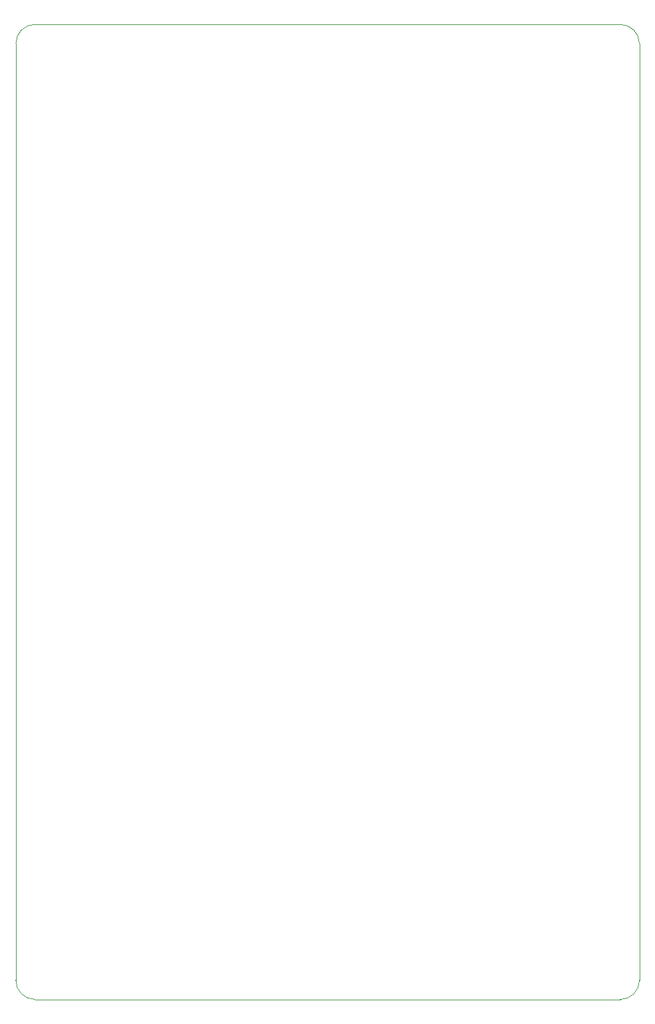
<source format=gbr>
G04 #@! TF.GenerationSoftware,KiCad,Pcbnew,5.1.5+dfsg1-2build2*
G04 #@! TF.CreationDate,2021-11-22T11:52:30+00:00*
G04 #@! TF.ProjectId,PIDController,50494443-6f6e-4747-926f-6c6c65722e6b,rev?*
G04 #@! TF.SameCoordinates,Original*
G04 #@! TF.FileFunction,Profile,NP*
%FSLAX46Y46*%
G04 Gerber Fmt 4.6, Leading zero omitted, Abs format (unit mm)*
G04 Created by KiCad (PCBNEW 5.1.5+dfsg1-2build2) date 2021-11-22 11:52:30*
%MOMM*%
%LPD*%
G04 APERTURE LIST*
%ADD10C,0.050000*%
G04 APERTURE END LIST*
D10*
X187960000Y-154305000D02*
X187960000Y-30480000D01*
X107950000Y-156845000D02*
G75*
G02X105410000Y-154305000I0J2540000D01*
G01*
X187960000Y-154305000D02*
G75*
G02X185420000Y-156845000I-2540000J0D01*
G01*
X185420000Y-27940000D02*
G75*
G02X187960000Y-30480000I0J-2540000D01*
G01*
X105410000Y-30480000D02*
G75*
G02X107950000Y-27940000I2540000J0D01*
G01*
X107950000Y-156845000D02*
X185420000Y-156845000D01*
X105410000Y-30480000D02*
X105410000Y-154305000D01*
X185420000Y-27940000D02*
X107950000Y-27940000D01*
M02*

</source>
